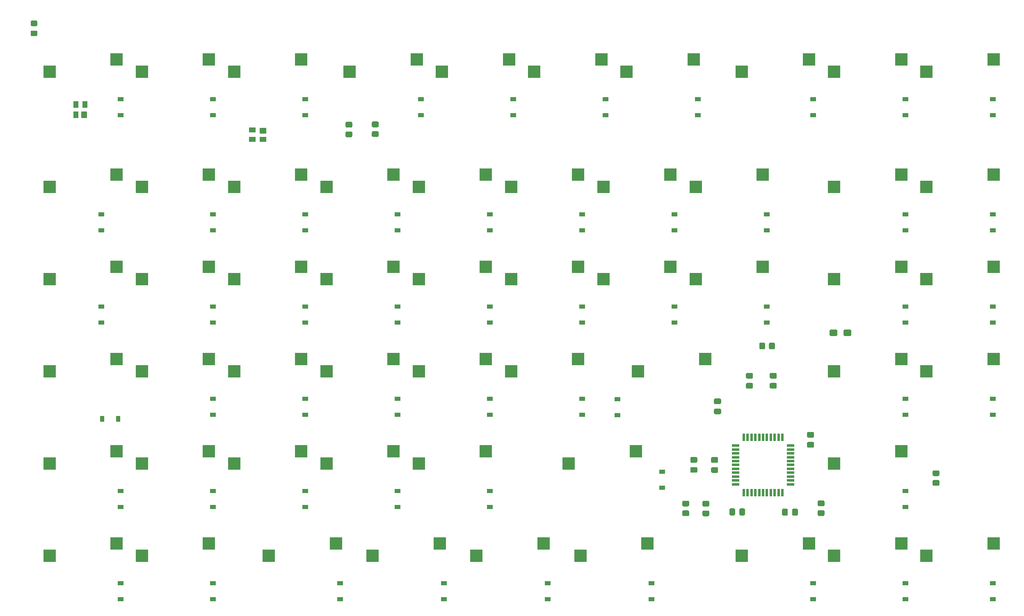
<source format=gbp>
G04 #@! TF.GenerationSoftware,KiCad,Pcbnew,5.1.12-1.fc34*
G04 #@! TF.CreationDate,2021-12-19T18:48:49+02:00*
G04 #@! TF.ProjectId,slash_right,736c6173-685f-4726-9967-68742e6b6963,rev?*
G04 #@! TF.SameCoordinates,Original*
G04 #@! TF.FileFunction,Paste,Bot*
G04 #@! TF.FilePolarity,Positive*
%FSLAX46Y46*%
G04 Gerber Fmt 4.6, Leading zero omitted, Abs format (unit mm)*
G04 Created by KiCad (PCBNEW 5.1.12-1.fc34) date 2021-12-19 18:48:49*
%MOMM*%
%LPD*%
G01*
G04 APERTURE LIST*
%ADD10R,2.550000X2.500000*%
%ADD11R,0.550000X1.500000*%
%ADD12R,1.500000X0.550000*%
%ADD13R,1.200000X0.900000*%
%ADD14R,0.900000X1.200000*%
%ADD15R,1.400000X1.000000*%
%ADD16R,1.400000X1.200000*%
%ADD17R,1.000000X1.400000*%
%ADD18R,1.200000X1.400000*%
G04 APERTURE END LIST*
D10*
X101593750Y-142722500D03*
X115443750Y-140182500D03*
G36*
G01*
X194675000Y-111400000D02*
X193725000Y-111400000D01*
G75*
G02*
X193475000Y-111150000I0J250000D01*
G01*
X193475000Y-110475000D01*
G75*
G02*
X193725000Y-110225000I250000J0D01*
G01*
X194675000Y-110225000D01*
G75*
G02*
X194925000Y-110475000I0J-250000D01*
G01*
X194925000Y-111150000D01*
G75*
G02*
X194675000Y-111400000I-250000J0D01*
G01*
G37*
G36*
G01*
X194675000Y-113475000D02*
X193725000Y-113475000D01*
G75*
G02*
X193475000Y-113225000I0J250000D01*
G01*
X193475000Y-112550000D01*
G75*
G02*
X193725000Y-112300000I250000J0D01*
G01*
X194675000Y-112300000D01*
G75*
G02*
X194925000Y-112550000I0J-250000D01*
G01*
X194925000Y-113225000D01*
G75*
G02*
X194675000Y-113475000I-250000J0D01*
G01*
G37*
G36*
G01*
X200325000Y-107012500D02*
X201275000Y-107012500D01*
G75*
G02*
X201525000Y-107262500I0J-250000D01*
G01*
X201525000Y-107937500D01*
G75*
G02*
X201275000Y-108187500I-250000J0D01*
G01*
X200325000Y-108187500D01*
G75*
G02*
X200075000Y-107937500I0J250000D01*
G01*
X200075000Y-107262500D01*
G75*
G02*
X200325000Y-107012500I250000J0D01*
G01*
G37*
G36*
G01*
X200325000Y-104937500D02*
X201275000Y-104937500D01*
G75*
G02*
X201525000Y-105187500I0J-250000D01*
G01*
X201525000Y-105862500D01*
G75*
G02*
X201275000Y-106112500I-250000J0D01*
G01*
X200325000Y-106112500D01*
G75*
G02*
X200075000Y-105862500I0J250000D01*
G01*
X200075000Y-105187500D01*
G75*
G02*
X200325000Y-104937500I250000J0D01*
G01*
G37*
D11*
X199600000Y-129650000D03*
X200400000Y-129650000D03*
X201200000Y-129650000D03*
X202000000Y-129650000D03*
X202800000Y-129650000D03*
X203600000Y-129650000D03*
X204400000Y-129650000D03*
X205200000Y-129650000D03*
X206000000Y-129650000D03*
X206800000Y-129650000D03*
X207600000Y-129650000D03*
D12*
X209300000Y-127950000D03*
X209300000Y-127150000D03*
X209300000Y-126350000D03*
X209300000Y-125550000D03*
X209300000Y-124750000D03*
X209300000Y-123950000D03*
X209300000Y-123150000D03*
X209300000Y-122350000D03*
X209300000Y-121550000D03*
X209300000Y-120750000D03*
X209300000Y-119950000D03*
D11*
X207600000Y-118250000D03*
X206800000Y-118250000D03*
X206000000Y-118250000D03*
X205200000Y-118250000D03*
X204400000Y-118250000D03*
X203600000Y-118250000D03*
X202800000Y-118250000D03*
X202000000Y-118250000D03*
X201200000Y-118250000D03*
X200400000Y-118250000D03*
X199600000Y-118250000D03*
D12*
X197900000Y-119950000D03*
X197900000Y-120750000D03*
X197900000Y-121550000D03*
X197900000Y-122350000D03*
X197900000Y-123150000D03*
X197900000Y-123950000D03*
X197900000Y-124750000D03*
X197900000Y-125550000D03*
X197900000Y-126350000D03*
X197900000Y-127150000D03*
X197900000Y-127950000D03*
D10*
X237325000Y-142722500D03*
X251175000Y-140182500D03*
X237325000Y-104622500D03*
X251175000Y-102082500D03*
X237325000Y-85572500D03*
X251175000Y-83032500D03*
X237325000Y-66522500D03*
X251175000Y-63982500D03*
X237325000Y-42710000D03*
X251175000Y-40170000D03*
X218275000Y-142722500D03*
X232125000Y-140182500D03*
X218275000Y-123672500D03*
X232125000Y-121132500D03*
X218275000Y-104622500D03*
X232125000Y-102082500D03*
X218275000Y-85572500D03*
X232125000Y-83032500D03*
X218275000Y-66522500D03*
X232125000Y-63982500D03*
X218275000Y-42710000D03*
X232125000Y-40170000D03*
X199225000Y-142722500D03*
X213075000Y-140182500D03*
X177793750Y-104622500D03*
X191643750Y-102082500D03*
X189700000Y-85572500D03*
X203550000Y-83032500D03*
X189700000Y-66522500D03*
X203550000Y-63982500D03*
X199225000Y-42710000D03*
X213075000Y-40170000D03*
X165887500Y-142722500D03*
X179737500Y-140182500D03*
X163506250Y-123672500D03*
X177356250Y-121132500D03*
X151600000Y-104622500D03*
X165450000Y-102082500D03*
X170650000Y-85572500D03*
X184500000Y-83032500D03*
X170650000Y-66522500D03*
X184500000Y-63982500D03*
X175412500Y-42710000D03*
X189262500Y-40170000D03*
X144456250Y-142722500D03*
X158306250Y-140182500D03*
X132550000Y-123672500D03*
X146400000Y-121132500D03*
X132550000Y-104622500D03*
X146400000Y-102082500D03*
X151600000Y-85572500D03*
X165450000Y-83032500D03*
X151600000Y-66522500D03*
X165450000Y-63982500D03*
X156362500Y-42710000D03*
X170212500Y-40170000D03*
X123025000Y-142722500D03*
X136875000Y-140182500D03*
X113500000Y-123672500D03*
X127350000Y-121132500D03*
X113500000Y-104622500D03*
X127350000Y-102082500D03*
X132550000Y-85572500D03*
X146400000Y-83032500D03*
X132550000Y-66522500D03*
X146400000Y-63982500D03*
X137312500Y-42710000D03*
X151162500Y-40170000D03*
X94450000Y-123672500D03*
X108300000Y-121132500D03*
X94450000Y-104622500D03*
X108300000Y-102082500D03*
X113500000Y-85572500D03*
X127350000Y-83032500D03*
X113500000Y-66522500D03*
X127350000Y-63982500D03*
X118262500Y-42710000D03*
X132112500Y-40170000D03*
X75400000Y-142722500D03*
X89250000Y-140182500D03*
X75400000Y-123672500D03*
X89250000Y-121132500D03*
X75400000Y-104622500D03*
X89250000Y-102082500D03*
X94450000Y-85572500D03*
X108300000Y-83032500D03*
X94450000Y-66522500D03*
X108300000Y-63982500D03*
X94450000Y-42710000D03*
X108300000Y-40170000D03*
X56350000Y-142722500D03*
X70200000Y-140182500D03*
X56350000Y-123672500D03*
X70200000Y-121132500D03*
X56350000Y-104622500D03*
X70200000Y-102082500D03*
X75400000Y-85572500D03*
X89250000Y-83032500D03*
X75400000Y-66522500D03*
X89250000Y-63982500D03*
X75400000Y-42710000D03*
X89250000Y-40170000D03*
X56350000Y-85572500D03*
X70200000Y-83032500D03*
X56350000Y-66522500D03*
X70200000Y-63982500D03*
X56350000Y-42710000D03*
X70200000Y-40170000D03*
G36*
G01*
X117669999Y-55060000D02*
X118570001Y-55060000D01*
G75*
G02*
X118820000Y-55309999I0J-249999D01*
G01*
X118820000Y-56010001D01*
G75*
G02*
X118570001Y-56260000I-249999J0D01*
G01*
X117669999Y-56260000D01*
G75*
G02*
X117420000Y-56010001I0J249999D01*
G01*
X117420000Y-55309999D01*
G75*
G02*
X117669999Y-55060000I249999J0D01*
G01*
G37*
G36*
G01*
X117669999Y-53060000D02*
X118570001Y-53060000D01*
G75*
G02*
X118820000Y-53309999I0J-249999D01*
G01*
X118820000Y-54010001D01*
G75*
G02*
X118570001Y-54260000I-249999J0D01*
G01*
X117669999Y-54260000D01*
G75*
G02*
X117420000Y-54010001I0J249999D01*
G01*
X117420000Y-53309999D01*
G75*
G02*
X117669999Y-53060000I249999J0D01*
G01*
G37*
G36*
G01*
X123109999Y-55000000D02*
X124010001Y-55000000D01*
G75*
G02*
X124260000Y-55249999I0J-249999D01*
G01*
X124260000Y-55950001D01*
G75*
G02*
X124010001Y-56200000I-249999J0D01*
G01*
X123109999Y-56200000D01*
G75*
G02*
X122860000Y-55950001I0J249999D01*
G01*
X122860000Y-55249999D01*
G75*
G02*
X123109999Y-55000000I249999J0D01*
G01*
G37*
G36*
G01*
X123109999Y-53000000D02*
X124010001Y-53000000D01*
G75*
G02*
X124260000Y-53249999I0J-249999D01*
G01*
X124260000Y-53950001D01*
G75*
G02*
X124010001Y-54200000I-249999J0D01*
G01*
X123109999Y-54200000D01*
G75*
G02*
X122860000Y-53950001I0J249999D01*
G01*
X122860000Y-53249999D01*
G75*
G02*
X123109999Y-53000000I249999J0D01*
G01*
G37*
G36*
G01*
X204820000Y-99830001D02*
X204820000Y-98929999D01*
G75*
G02*
X205069999Y-98680000I249999J0D01*
G01*
X205770001Y-98680000D01*
G75*
G02*
X206020000Y-98929999I0J-249999D01*
G01*
X206020000Y-99830001D01*
G75*
G02*
X205770001Y-100080000I-249999J0D01*
G01*
X205069999Y-100080000D01*
G75*
G02*
X204820000Y-99830001I0J249999D01*
G01*
G37*
G36*
G01*
X202820000Y-99830001D02*
X202820000Y-98929999D01*
G75*
G02*
X203069999Y-98680000I249999J0D01*
G01*
X203770001Y-98680000D01*
G75*
G02*
X204020000Y-98929999I0J-249999D01*
G01*
X204020000Y-99830001D01*
G75*
G02*
X203770001Y-100080000I-249999J0D01*
G01*
X203069999Y-100080000D01*
G75*
G02*
X202820000Y-99830001I0J249999D01*
G01*
G37*
G36*
G01*
X216020001Y-132490000D02*
X215119999Y-132490000D01*
G75*
G02*
X214870000Y-132240001I0J249999D01*
G01*
X214870000Y-131539999D01*
G75*
G02*
X215119999Y-131290000I249999J0D01*
G01*
X216020001Y-131290000D01*
G75*
G02*
X216270000Y-131539999I0J-249999D01*
G01*
X216270000Y-132240001D01*
G75*
G02*
X216020001Y-132490000I-249999J0D01*
G01*
G37*
G36*
G01*
X216020001Y-134490000D02*
X215119999Y-134490000D01*
G75*
G02*
X214870000Y-134240001I0J249999D01*
G01*
X214870000Y-133539999D01*
G75*
G02*
X215119999Y-133290000I249999J0D01*
G01*
X216020001Y-133290000D01*
G75*
G02*
X216270000Y-133539999I0J-249999D01*
G01*
X216270000Y-134240001D01*
G75*
G02*
X216020001Y-134490000I-249999J0D01*
G01*
G37*
G36*
G01*
X191339999Y-133360000D02*
X192240001Y-133360000D01*
G75*
G02*
X192490000Y-133609999I0J-249999D01*
G01*
X192490000Y-134310001D01*
G75*
G02*
X192240001Y-134560000I-249999J0D01*
G01*
X191339999Y-134560000D01*
G75*
G02*
X191090000Y-134310001I0J249999D01*
G01*
X191090000Y-133609999D01*
G75*
G02*
X191339999Y-133360000I249999J0D01*
G01*
G37*
G36*
G01*
X191339999Y-131360000D02*
X192240001Y-131360000D01*
G75*
G02*
X192490000Y-131609999I0J-249999D01*
G01*
X192490000Y-132310001D01*
G75*
G02*
X192240001Y-132560000I-249999J0D01*
G01*
X191339999Y-132560000D01*
G75*
G02*
X191090000Y-132310001I0J249999D01*
G01*
X191090000Y-131609999D01*
G75*
G02*
X191339999Y-131360000I249999J0D01*
G01*
G37*
G36*
G01*
X187189999Y-133330000D02*
X188090001Y-133330000D01*
G75*
G02*
X188340000Y-133579999I0J-249999D01*
G01*
X188340000Y-134280001D01*
G75*
G02*
X188090001Y-134530000I-249999J0D01*
G01*
X187189999Y-134530000D01*
G75*
G02*
X186940000Y-134280001I0J249999D01*
G01*
X186940000Y-133579999D01*
G75*
G02*
X187189999Y-133330000I249999J0D01*
G01*
G37*
G36*
G01*
X187189999Y-131330000D02*
X188090001Y-131330000D01*
G75*
G02*
X188340000Y-131579999I0J-249999D01*
G01*
X188340000Y-132280001D01*
G75*
G02*
X188090001Y-132530000I-249999J0D01*
G01*
X187189999Y-132530000D01*
G75*
G02*
X186940000Y-132280001I0J249999D01*
G01*
X186940000Y-131579999D01*
G75*
G02*
X187189999Y-131330000I249999J0D01*
G01*
G37*
G36*
G01*
X239740001Y-126260000D02*
X238839999Y-126260000D01*
G75*
G02*
X238590000Y-126010001I0J249999D01*
G01*
X238590000Y-125309999D01*
G75*
G02*
X238839999Y-125060000I249999J0D01*
G01*
X239740001Y-125060000D01*
G75*
G02*
X239990000Y-125309999I0J-249999D01*
G01*
X239990000Y-126010001D01*
G75*
G02*
X239740001Y-126260000I-249999J0D01*
G01*
G37*
G36*
G01*
X239740001Y-128260000D02*
X238839999Y-128260000D01*
G75*
G02*
X238590000Y-128010001I0J249999D01*
G01*
X238590000Y-127309999D01*
G75*
G02*
X238839999Y-127060000I249999J0D01*
G01*
X239740001Y-127060000D01*
G75*
G02*
X239990000Y-127309999I0J-249999D01*
G01*
X239990000Y-128010001D01*
G75*
G02*
X239740001Y-128260000I-249999J0D01*
G01*
G37*
G36*
G01*
X53580001Y-33310000D02*
X52679999Y-33310000D01*
G75*
G02*
X52430000Y-33060001I0J249999D01*
G01*
X52430000Y-32409999D01*
G75*
G02*
X52679999Y-32160000I249999J0D01*
G01*
X53580001Y-32160000D01*
G75*
G02*
X53830000Y-32409999I0J-249999D01*
G01*
X53830000Y-33060001D01*
G75*
G02*
X53580001Y-33310000I-249999J0D01*
G01*
G37*
G36*
G01*
X53580001Y-35360000D02*
X52679999Y-35360000D01*
G75*
G02*
X52430000Y-35110001I0J249999D01*
G01*
X52430000Y-34459999D01*
G75*
G02*
X52679999Y-34210000I249999J0D01*
G01*
X53580001Y-34210000D01*
G75*
G02*
X53830000Y-34459999I0J-249999D01*
G01*
X53830000Y-35110001D01*
G75*
G02*
X53580001Y-35360000I-249999J0D01*
G01*
G37*
D13*
X251028750Y-148375000D03*
X251028750Y-151675000D03*
X251028750Y-110275000D03*
X251028750Y-113575000D03*
X251028750Y-91225000D03*
X251028750Y-94525000D03*
X251028750Y-72175000D03*
X251028750Y-75475000D03*
X251028750Y-48362500D03*
X251028750Y-51662500D03*
X232978750Y-148375000D03*
X232978750Y-151675000D03*
X232978750Y-129325000D03*
X232978750Y-132625000D03*
X232978750Y-110275000D03*
X232978750Y-113575000D03*
X232978750Y-91225000D03*
X232978750Y-94525000D03*
X232978750Y-72175000D03*
X232978750Y-75475000D03*
X232978750Y-48362500D03*
X232978750Y-51662500D03*
X213928750Y-148375000D03*
X213928750Y-151675000D03*
X173580000Y-110340000D03*
X173580000Y-113640000D03*
X204403750Y-91225000D03*
X204403750Y-94525000D03*
X204403750Y-72175000D03*
X204403750Y-75475000D03*
X213928750Y-48362500D03*
X213928750Y-51662500D03*
X180591250Y-148375000D03*
X180591250Y-151675000D03*
X182760000Y-125340000D03*
X182760000Y-128640000D03*
X166303750Y-110275000D03*
X166303750Y-113575000D03*
X185353750Y-91225000D03*
X185353750Y-94525000D03*
X185353750Y-72175000D03*
X185353750Y-75475000D03*
X190116250Y-48362500D03*
X190116250Y-51662500D03*
X159160000Y-148375000D03*
X159160000Y-151675000D03*
X147253750Y-129325000D03*
X147253750Y-132625000D03*
X147253750Y-110275000D03*
X147253750Y-113575000D03*
X166303750Y-91225000D03*
X166303750Y-94525000D03*
X166303750Y-72175000D03*
X166303750Y-75475000D03*
X171066250Y-48362500D03*
X171066250Y-51662500D03*
X137728750Y-148375000D03*
X137728750Y-151675000D03*
X128203750Y-129325000D03*
X128203750Y-132625000D03*
X128203750Y-110275000D03*
X128203750Y-113575000D03*
X147253750Y-91225000D03*
X147253750Y-94525000D03*
X147253750Y-72175000D03*
X147253750Y-75475000D03*
X152016250Y-48362500D03*
X152016250Y-51662500D03*
X116297500Y-148375000D03*
X116297500Y-151675000D03*
X109153750Y-129325000D03*
X109153750Y-132625000D03*
X109153750Y-110275000D03*
X109153750Y-113575000D03*
X128203750Y-91225000D03*
X128203750Y-94525000D03*
X128203750Y-72175000D03*
X128203750Y-75475000D03*
X132966250Y-48362500D03*
X132966250Y-51662500D03*
X90103750Y-148375000D03*
X90103750Y-151675000D03*
X90103750Y-129325000D03*
X90103750Y-132625000D03*
X90103750Y-110275000D03*
X90103750Y-113575000D03*
X109153750Y-91225000D03*
X109153750Y-94525000D03*
X109153750Y-72175000D03*
X109153750Y-75475000D03*
X109153750Y-48362500D03*
X109153750Y-51662500D03*
X71053750Y-148375000D03*
X71053750Y-151675000D03*
X71053750Y-129325000D03*
X71053750Y-132625000D03*
D14*
X70490000Y-114400000D03*
X67190000Y-114400000D03*
D13*
X90103750Y-91225000D03*
X90103750Y-94525000D03*
X90103750Y-72175000D03*
X90103750Y-75475000D03*
X90103750Y-48362500D03*
X90103750Y-51662500D03*
X67053750Y-91225000D03*
X67053750Y-94525000D03*
X67053750Y-72175000D03*
X67053750Y-75475000D03*
X71053750Y-48362500D03*
X71053750Y-51662500D03*
D15*
X98170000Y-54760000D03*
X98170000Y-56660000D03*
X100370000Y-56660000D03*
D16*
X100370000Y-54940000D03*
D17*
X63670000Y-49450000D03*
X61770000Y-49450000D03*
X61770000Y-51650000D03*
D18*
X63490000Y-51650000D03*
G36*
G01*
X193125000Y-124412500D02*
X194075000Y-124412500D01*
G75*
G02*
X194325000Y-124662500I0J-250000D01*
G01*
X194325000Y-125337500D01*
G75*
G02*
X194075000Y-125587500I-250000J0D01*
G01*
X193125000Y-125587500D01*
G75*
G02*
X192875000Y-125337500I0J250000D01*
G01*
X192875000Y-124662500D01*
G75*
G02*
X193125000Y-124412500I250000J0D01*
G01*
G37*
G36*
G01*
X193125000Y-122337500D02*
X194075000Y-122337500D01*
G75*
G02*
X194325000Y-122587500I0J-250000D01*
G01*
X194325000Y-123262500D01*
G75*
G02*
X194075000Y-123512500I-250000J0D01*
G01*
X193125000Y-123512500D01*
G75*
G02*
X192875000Y-123262500I0J250000D01*
G01*
X192875000Y-122587500D01*
G75*
G02*
X193125000Y-122337500I250000J0D01*
G01*
G37*
G36*
G01*
X208700000Y-133225000D02*
X208700000Y-134175000D01*
G75*
G02*
X208450000Y-134425000I-250000J0D01*
G01*
X207775000Y-134425000D01*
G75*
G02*
X207525000Y-134175000I0J250000D01*
G01*
X207525000Y-133225000D01*
G75*
G02*
X207775000Y-132975000I250000J0D01*
G01*
X208450000Y-132975000D01*
G75*
G02*
X208700000Y-133225000I0J-250000D01*
G01*
G37*
G36*
G01*
X210775000Y-133225000D02*
X210775000Y-134175000D01*
G75*
G02*
X210525000Y-134425000I-250000J0D01*
G01*
X209850000Y-134425000D01*
G75*
G02*
X209600000Y-134175000I0J250000D01*
G01*
X209600000Y-133225000D01*
G75*
G02*
X209850000Y-132975000I250000J0D01*
G01*
X210525000Y-132975000D01*
G75*
G02*
X210775000Y-133225000I0J-250000D01*
G01*
G37*
G36*
G01*
X213875000Y-118300000D02*
X212925000Y-118300000D01*
G75*
G02*
X212675000Y-118050000I0J250000D01*
G01*
X212675000Y-117375000D01*
G75*
G02*
X212925000Y-117125000I250000J0D01*
G01*
X213875000Y-117125000D01*
G75*
G02*
X214125000Y-117375000I0J-250000D01*
G01*
X214125000Y-118050000D01*
G75*
G02*
X213875000Y-118300000I-250000J0D01*
G01*
G37*
G36*
G01*
X213875000Y-120375000D02*
X212925000Y-120375000D01*
G75*
G02*
X212675000Y-120125000I0J250000D01*
G01*
X212675000Y-119450000D01*
G75*
G02*
X212925000Y-119200000I250000J0D01*
G01*
X213875000Y-119200000D01*
G75*
G02*
X214125000Y-119450000I0J-250000D01*
G01*
X214125000Y-120125000D01*
G75*
G02*
X213875000Y-120375000I-250000J0D01*
G01*
G37*
G36*
G01*
X198712500Y-134125000D02*
X198712500Y-133175000D01*
G75*
G02*
X198962500Y-132925000I250000J0D01*
G01*
X199637500Y-132925000D01*
G75*
G02*
X199887500Y-133175000I0J-250000D01*
G01*
X199887500Y-134125000D01*
G75*
G02*
X199637500Y-134375000I-250000J0D01*
G01*
X198962500Y-134375000D01*
G75*
G02*
X198712500Y-134125000I0J250000D01*
G01*
G37*
G36*
G01*
X196637500Y-134125000D02*
X196637500Y-133175000D01*
G75*
G02*
X196887500Y-132925000I250000J0D01*
G01*
X197562500Y-132925000D01*
G75*
G02*
X197812500Y-133175000I0J-250000D01*
G01*
X197812500Y-134125000D01*
G75*
G02*
X197562500Y-134375000I-250000J0D01*
G01*
X196887500Y-134375000D01*
G75*
G02*
X196637500Y-134125000I0J250000D01*
G01*
G37*
G36*
G01*
X188825000Y-124387500D02*
X189775000Y-124387500D01*
G75*
G02*
X190025000Y-124637500I0J-250000D01*
G01*
X190025000Y-125312500D01*
G75*
G02*
X189775000Y-125562500I-250000J0D01*
G01*
X188825000Y-125562500D01*
G75*
G02*
X188575000Y-125312500I0J250000D01*
G01*
X188575000Y-124637500D01*
G75*
G02*
X188825000Y-124387500I250000J0D01*
G01*
G37*
G36*
G01*
X188825000Y-122312500D02*
X189775000Y-122312500D01*
G75*
G02*
X190025000Y-122562500I0J-250000D01*
G01*
X190025000Y-123237500D01*
G75*
G02*
X189775000Y-123487500I-250000J0D01*
G01*
X188825000Y-123487500D01*
G75*
G02*
X188575000Y-123237500I0J250000D01*
G01*
X188575000Y-122562500D01*
G75*
G02*
X188825000Y-122312500I250000J0D01*
G01*
G37*
G36*
G01*
X206175000Y-106100000D02*
X205225000Y-106100000D01*
G75*
G02*
X204975000Y-105850000I0J250000D01*
G01*
X204975000Y-105175000D01*
G75*
G02*
X205225000Y-104925000I250000J0D01*
G01*
X206175000Y-104925000D01*
G75*
G02*
X206425000Y-105175000I0J-250000D01*
G01*
X206425000Y-105850000D01*
G75*
G02*
X206175000Y-106100000I-250000J0D01*
G01*
G37*
G36*
G01*
X206175000Y-108175000D02*
X205225000Y-108175000D01*
G75*
G02*
X204975000Y-107925000I0J250000D01*
G01*
X204975000Y-107250000D01*
G75*
G02*
X205225000Y-107000000I250000J0D01*
G01*
X206175000Y-107000000D01*
G75*
G02*
X206425000Y-107250000I0J-250000D01*
G01*
X206425000Y-107925000D01*
G75*
G02*
X206175000Y-108175000I-250000J0D01*
G01*
G37*
G36*
G01*
X220210000Y-97085001D02*
X220210000Y-96234999D01*
G75*
G02*
X220459999Y-95985000I249999J0D01*
G01*
X221535001Y-95985000D01*
G75*
G02*
X221785000Y-96234999I0J-249999D01*
G01*
X221785000Y-97085001D01*
G75*
G02*
X221535001Y-97335000I-249999J0D01*
G01*
X220459999Y-97335000D01*
G75*
G02*
X220210000Y-97085001I0J249999D01*
G01*
G37*
G36*
G01*
X217335000Y-97085001D02*
X217335000Y-96234999D01*
G75*
G02*
X217584999Y-95985000I249999J0D01*
G01*
X218660001Y-95985000D01*
G75*
G02*
X218910000Y-96234999I0J-249999D01*
G01*
X218910000Y-97085001D01*
G75*
G02*
X218660001Y-97335000I-249999J0D01*
G01*
X217584999Y-97335000D01*
G75*
G02*
X217335000Y-97085001I0J249999D01*
G01*
G37*
M02*

</source>
